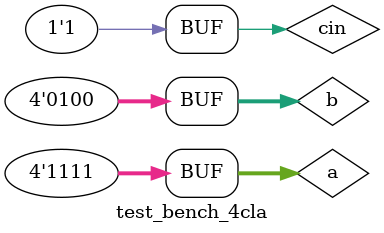
<source format=v>
`timescale 1ns / 1ps

module fourbitCLA(a,b,cin,cout,PG,GG,sum);
input [3:0] a,b;
input cin;
output cout,PG,GG;
output [3:0] sum;
wire [3:0] p,g,c;
fulladder f1(a[0],b[0],cin,sum[0],p[0],g[0]);
fulladder f2 (a[1],b[1],c[0],sum[1],p[1],g[1]);
fulladder f3 (a[2],b[2],c[1],sum[2],p[2],g[2]);
fulladder f4 (a[3],b[3],c[2],sum[3],p[3],g[3]);    //calcualting sum bits by full adder implementation
assign PG = (p[0]&p[1]&p[2]&p[3]);
assign GG = (g[3]|(p[3]&g[2])|(p[3]&p[2]&g[1])|(p[3]&p[2]&p[1]&g[0])); //calculating PG and GG
CLUunit c1(p,g,cin,c);
assign cout = c[3];
endmodule
//test bench for 4 bit cla
module test_bench_4cla;

	// Inputs
	reg [3:0] a;
	reg [3:0] b;
	reg cin;

	// Outputs
	wire cout;
	wire PG;
	wire GG;
	wire [3:0] sum;

	// Instantiate the Unit Under Test (UUT)
	fourbitCLA uut (
		.a(a), 
		.b(b), 
		.cin(cin), 
		.cout(cout), 
		.PG(PG), 
		.GG(GG), 
		.sum(sum)
	);

	initial begin
		// Initialize Inputs
		a = 4'b0101;
		b = 4'b1010;
		cin = 0;

		// Wait 100 ns for global reset to finish
		#100;
        
		// Add stimulus here

	end
   fourbitCLA f1(a,b,cin,cout,PG,GG,sum);
	always @ *
	begin
	$monitor("\ta=%b\tb=%b\tcin=%b\tsum=%b\tPG=%b\tGG=%b",a,b,cin,sum,PG,GG);
	#20
	begin
		a=4'b1000;
		b=4'b0100;
		cin=0;
	end
	#20
	begin
		a=4'b1000;
		b=4'b0100;
		cin=1;
	end
	#20
	begin
		a=4'b1000;
		b=4'b0101;
		cin=0;
	end
	#20
	begin
		a=4'b1111;
		b=4'b0100;
		cin=1;
	end
	end
endmodule

</source>
